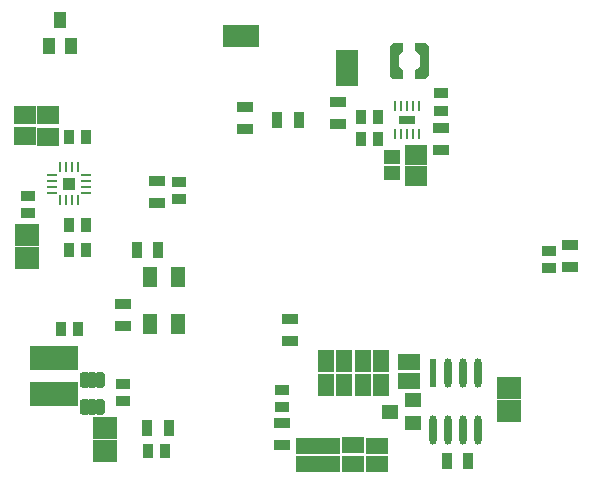
<source format=gbp>
G04*
G04 #@! TF.GenerationSoftware,Altium Limited,Altium Designer,24.7.2 (38)*
G04*
G04 Layer_Color=128*
%FSLAX44Y44*%
%MOMM*%
G71*
G04*
G04 #@! TF.SameCoordinates,27BF797F-714E-4A77-BE02-AF934A81444A*
G04*
G04*
G04 #@! TF.FilePolarity,Positive*
G04*
G01*
G75*
%ADD28R,0.9578X1.2621*%
%ADD32R,0.9500X1.4000*%
%ADD34R,1.4000X0.9500*%
%ADD43R,1.9580X1.6580*%
%ADD83R,1.2621X0.9578*%
G04:AMPARAMS|DCode=84|XSize=0.2393mm|YSize=0.866mm|CornerRadius=0.1196mm|HoleSize=0mm|Usage=FLASHONLY|Rotation=270.000|XOffset=0mm|YOffset=0mm|HoleType=Round|Shape=RoundedRectangle|*
%AMROUNDEDRECTD84*
21,1,0.2393,0.6267,0,0,270.0*
21,1,0.0000,0.8660,0,0,270.0*
1,1,0.2393,-0.3134,0.0000*
1,1,0.2393,-0.3134,0.0000*
1,1,0.2393,0.3134,0.0000*
1,1,0.2393,0.3134,0.0000*
%
%ADD84ROUNDEDRECTD84*%
G04:AMPARAMS|DCode=85|XSize=0.856mm|YSize=0.2425mm|CornerRadius=0.1212mm|HoleSize=0mm|Usage=FLASHONLY|Rotation=270.000|XOffset=0mm|YOffset=0mm|HoleType=Round|Shape=RoundedRectangle|*
%AMROUNDEDRECTD85*
21,1,0.8560,0.0000,0,0,270.0*
21,1,0.6136,0.2425,0,0,270.0*
1,1,0.2425,0.0000,-0.3068*
1,1,0.2425,0.0000,0.3068*
1,1,0.2425,0.0000,0.3068*
1,1,0.2425,0.0000,-0.3068*
%
%ADD85ROUNDEDRECTD85*%
%ADD89R,0.2425X0.8560*%
G04:AMPARAMS|DCode=91|XSize=2.4692mm|YSize=0.6221mm|CornerRadius=0.3111mm|HoleSize=0mm|Usage=FLASHONLY|Rotation=270.000|XOffset=0mm|YOffset=0mm|HoleType=Round|Shape=RoundedRectangle|*
%AMROUNDEDRECTD91*
21,1,2.4692,0.0000,0,0,270.0*
21,1,1.8470,0.6221,0,0,270.0*
1,1,0.6221,0.0000,-0.9235*
1,1,0.6221,0.0000,0.9235*
1,1,0.6221,0.0000,0.9235*
1,1,0.6221,0.0000,-0.9235*
%
%ADD91ROUNDEDRECTD91*%
%ADD97R,1.2000X1.8000*%
G04:AMPARAMS|DCode=98|XSize=0.866mm|YSize=0.2393mm|CornerRadius=0.1196mm|HoleSize=0mm|Usage=FLASHONLY|Rotation=270.000|XOffset=0mm|YOffset=0mm|HoleType=Round|Shape=RoundedRectangle|*
%AMROUNDEDRECTD98*
21,1,0.8660,0.0000,0,0,270.0*
21,1,0.6267,0.2393,0,0,270.0*
1,1,0.2393,0.0000,-0.3134*
1,1,0.2393,0.0000,0.3134*
1,1,0.2393,0.0000,0.3134*
1,1,0.2393,0.0000,-0.3134*
%
%ADD98ROUNDEDRECTD98*%
%ADD100R,1.0000X1.4000*%
%ADD103R,0.2393X0.8660*%
%ADD104C,0.9371*%
%ADD105R,0.6221X2.4692*%
G04:AMPARAMS|DCode=106|XSize=0.908mm|YSize=1.358mm|CornerRadius=0.304mm|HoleSize=0mm|Usage=FLASHONLY|Rotation=180.000|XOffset=0mm|YOffset=0mm|HoleType=Round|Shape=RoundedRectangle|*
%AMROUNDEDRECTD106*
21,1,0.9080,0.7500,0,0,180.0*
21,1,0.3000,1.3580,0,0,180.0*
1,1,0.6080,-0.1500,0.3750*
1,1,0.6080,0.1500,0.3750*
1,1,0.6080,0.1500,-0.3750*
1,1,0.6080,-0.1500,-0.3750*
%
%ADD106ROUNDEDRECTD106*%
%ADD107R,4.1080X2.0080*%
%ADD108R,1.4080X1.3080*%
%ADD109R,1.4580X1.3080*%
%ADD110R,1.8580X1.5080*%
%ADD111R,1.8580X1.4580*%
%ADD112R,1.4580X1.8580*%
%ADD113R,1.5080X1.8580*%
%ADD114R,2.0580X1.8580*%
%ADD115R,2.0580X1.9080*%
%ADD116R,1.0625X1.0625*%
%ADD117R,1.4583X0.6583*%
G36*
X387403Y376842D02*
X383603Y373692D01*
Y363492D01*
X387403Y360342D01*
Y353342D01*
X378553D01*
X376003Y355892D01*
Y368592D01*
Y381292D01*
X378553Y383842D01*
X387403D01*
Y376842D01*
D02*
G37*
G36*
X409003Y381292D02*
Y368592D01*
Y355892D01*
X406453Y353342D01*
X397603D01*
Y360342D01*
X401403Y363492D01*
Y373692D01*
X397603Y376842D01*
Y383842D01*
X406453D01*
X409003Y381292D01*
D02*
G37*
D28*
X97851Y141821D02*
D03*
X351897Y320883D02*
D03*
X351802Y302081D02*
D03*
X171757Y38077D02*
D03*
X366440Y320883D02*
D03*
X366346Y302081D02*
D03*
X119201Y304386D02*
D03*
X119286Y229264D02*
D03*
Y208026D02*
D03*
X112395Y141821D02*
D03*
X186301Y38077D02*
D03*
X104742Y229264D02*
D03*
X104742Y208026D02*
D03*
X104657Y304386D02*
D03*
D32*
X280776Y318049D02*
D03*
X299276D02*
D03*
X424328Y29302D02*
D03*
X170515Y57436D02*
D03*
X442828Y29302D02*
D03*
X161791Y208504D02*
D03*
X189016Y57436D02*
D03*
X180291Y208504D02*
D03*
D34*
X332752Y333760D02*
D03*
Y315260D02*
D03*
X178839Y266913D02*
D03*
Y248413D02*
D03*
X253479Y310870D02*
D03*
Y329370D02*
D03*
X284814Y61748D02*
D03*
X528475Y193839D02*
D03*
X291845Y149754D02*
D03*
X419522Y311765D02*
D03*
X528475Y212339D02*
D03*
X291845Y131254D02*
D03*
X284814Y43249D02*
D03*
X150196Y162401D02*
D03*
Y143902D02*
D03*
X419522Y293264D02*
D03*
D43*
X398041Y271344D02*
D03*
Y288844D02*
D03*
D83*
X197646Y265876D02*
D03*
Y251333D02*
D03*
X69596Y254414D02*
D03*
X419623Y340948D02*
D03*
X284814Y75603D02*
D03*
X150018Y80204D02*
D03*
X510835Y192812D02*
D03*
X419623Y326405D02*
D03*
X510835Y207355D02*
D03*
X69596Y239870D02*
D03*
X284814Y90147D02*
D03*
X150018Y94748D02*
D03*
D84*
X90164Y256992D02*
D03*
X118624D02*
D03*
Y266992D02*
D03*
Y271992D02*
D03*
Y261992D02*
D03*
X90164D02*
D03*
Y266992D02*
D03*
Y271992D02*
D03*
D85*
X400625Y330377D02*
D03*
X390625D02*
D03*
X385625Y306816D02*
D03*
Y330377D02*
D03*
X395625D02*
D03*
X400625Y306816D02*
D03*
X395625D02*
D03*
X390625D02*
D03*
X380625D02*
D03*
D89*
Y330377D02*
D03*
D91*
X438215Y104388D02*
D03*
X412815Y56116D02*
D03*
X425515Y104388D02*
D03*
Y56116D02*
D03*
X438215D02*
D03*
X450915D02*
D03*
Y104388D02*
D03*
D97*
X172845Y185614D02*
D03*
X196845Y145614D02*
D03*
Y185614D02*
D03*
X172845Y145614D02*
D03*
D98*
X111894Y278723D02*
D03*
X101894D02*
D03*
X106894D02*
D03*
X111894Y250261D02*
D03*
X106894D02*
D03*
X101894D02*
D03*
X96894D02*
D03*
D100*
X87642Y381124D02*
D03*
X97142Y403124D02*
D03*
X106642Y381124D02*
D03*
D103*
X96894Y278723D02*
D03*
D104*
X403659Y378636D02*
D03*
X381347D02*
D03*
D105*
X412815Y104388D02*
D03*
D106*
X118021Y98279D02*
D03*
X124521D02*
D03*
X131021Y75779D02*
D03*
Y98279D02*
D03*
X118021Y75779D02*
D03*
X124521D02*
D03*
D107*
X91552Y116665D02*
D03*
Y86165D02*
D03*
D108*
X376244Y71594D02*
D03*
X396243Y62095D02*
D03*
Y81095D02*
D03*
D109*
X378433Y273191D02*
D03*
Y286691D02*
D03*
D110*
X339728Y370128D02*
D03*
X86949Y322419D02*
D03*
X67434Y322468D02*
D03*
X339728Y355128D02*
D03*
X67434Y304468D02*
D03*
X86949Y304419D02*
D03*
D111*
X392856Y113158D02*
D03*
X305969Y42770D02*
D03*
X344695Y27348D02*
D03*
X392856Y97658D02*
D03*
X324805Y42802D02*
D03*
Y27302D02*
D03*
X344695Y42848D02*
D03*
X305969Y27270D02*
D03*
X365297Y27302D02*
D03*
Y42802D02*
D03*
D112*
X368747Y94076D02*
D03*
X322255Y94077D02*
D03*
X353247Y94076D02*
D03*
X368734Y114146D02*
D03*
X353234D02*
D03*
X337535Y114008D02*
D03*
X322035D02*
D03*
X337755Y94077D02*
D03*
D113*
X242978Y389578D02*
D03*
X257978D02*
D03*
D114*
X69481Y201200D02*
D03*
X135307Y37937D02*
D03*
Y57437D02*
D03*
X69481Y220700D02*
D03*
D115*
X477253Y72285D02*
D03*
Y91284D02*
D03*
D116*
X104394Y264492D02*
D03*
D117*
X390625Y318596D02*
D03*
M02*

</source>
